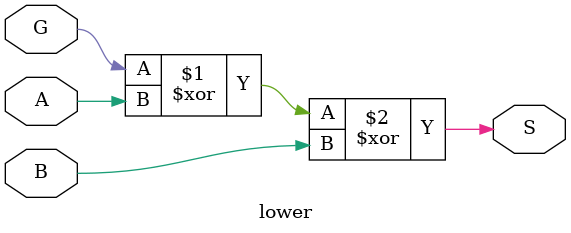
<source format=sv>
module prefix_adder
  #(parameter width=32)
   (input logic              cin,
    input logic [width-1:0]  a, b,
    output logic             cout,
    output logic [width-1:0] s);

   genvar i;
   genvar lvl;

   logic [width-1:0] upper_p, upper_g, lower_g;
   logic [width-1:0] lvl_out_p [$clog2(width)], lvl_out_g [$clog2(width)];

   // Carry in logic
   upper cin_upper(.A(1), .B(cin), .P(), .G(lower_g[0]));
   
   // Generate logic for top- and bottom-most levels
   generate
      for (i=0; i < width; i=i+1) begin: upper_prfx
         upper u(.A(a[0]), .B(b[0]), .P(upper_p[i]), .G(upper_g[i]));
         lower l(.A(a[0]), .B(b[0]), .G(lower_g[i]), .S(s[0]));
      end
   endgenerate

   generate
      for (lvl=1; lvl <= $clog2(width); lvl=lvl+1) begin: prfx_add_lvls
         genvar k;
         for (k=$pow(2, lvl)-1; k < width; k=k+$pow(2, lvl+1)) begin: prfx_add_blk // each in block in level
            middle first(.P({upper_p[k], lvl_out_p[lvl-2][k-1]}), .G({upper_g[k], lvl_out_g[lvl-2][k-1]}),
                         .P_out(lvl_out_p[lvl-1][k]), .G_out(lvl_out_g[lvl-1][k]));
            
            genvar l;
            for (l=k; l < k+$pow(2, lvl); l=l+1) begin: prfx_add_mid_blk // each mid in block
                middle m(
                        .P({lvl_out_p[$clog2(l-k+1)][l], lvl_out_p[lvl-2][k-1]}),
                        .G({lvl_out_p[$clog2(l-k+1)][l], lvl_out_g[lvl-2][k-1]}),
                        .P_out(lvl_out_p[lvl-1][l]),
                        .G_out(lvl_out_g[lvl-1][l])
                        );
            end
         end
      end
   endgenerate

endmodule // prefix_adder


module upper(input logic  A, B,
             output logic P, G);
   assign P = A | B;
   assign G = A & B;
endmodule // upper


module middle(input logic [1:0] P, G,
              output logic      P_out, G_out);
   assign P_out = &P;
   assign G_out = &G | G[1];
endmodule // middle


module lower(input logic  A, B, G,
             output logic S);
   assign S = G ^ A ^ B;
endmodule // lower

</source>
